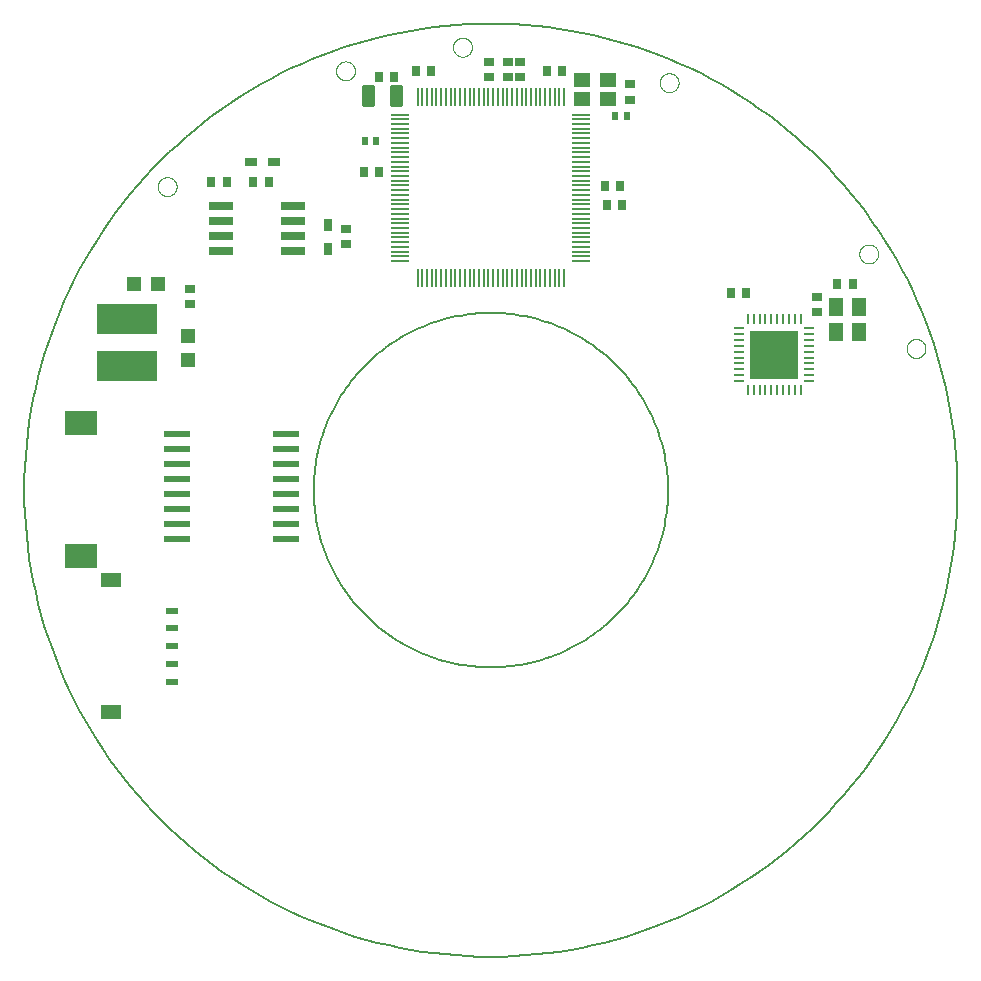
<source format=gbp>
G75*
%MOIN*%
%OFA0B0*%
%FSLAX25Y25*%
%IPPOS*%
%LPD*%
%AMOC8*
5,1,8,0,0,1.08239X$1,22.5*
%
%ADD10C,0.00600*%
%ADD11C,0.00000*%
%ADD12R,0.05118X0.05906*%
%ADD13R,0.03543X0.02756*%
%ADD14R,0.02756X0.03543*%
%ADD15R,0.03937X0.03150*%
%ADD16R,0.03150X0.03937*%
%ADD17R,0.04724X0.05118*%
%ADD18R,0.05118X0.04724*%
%ADD19R,0.00965X0.06299*%
%ADD20R,0.06299X0.00965*%
%ADD21R,0.08000X0.02600*%
%ADD22R,0.08661X0.02362*%
%ADD23R,0.20000X0.10000*%
%ADD24R,0.02362X0.02756*%
%ADD25R,0.05512X0.04724*%
%ADD26R,0.03346X0.01102*%
%ADD27R,0.01102X0.03346*%
%ADD28R,0.16339X0.16339*%
%ADD29C,0.01299*%
%ADD30R,0.11024X0.08268*%
%ADD31R,0.03937X0.02362*%
%ADD32R,0.07087X0.04921*%
D10*
X0154843Y0163111D02*
X0154861Y0164560D01*
X0154914Y0166009D01*
X0155003Y0167455D01*
X0155127Y0168899D01*
X0155287Y0170340D01*
X0155482Y0171776D01*
X0155712Y0173207D01*
X0155978Y0174632D01*
X0156278Y0176050D01*
X0156613Y0177460D01*
X0156982Y0178862D01*
X0157386Y0180254D01*
X0157824Y0181635D01*
X0158295Y0183006D01*
X0158800Y0184365D01*
X0159338Y0185710D01*
X0159909Y0187043D01*
X0160513Y0188360D01*
X0161149Y0189663D01*
X0161816Y0190949D01*
X0162515Y0192219D01*
X0163245Y0193471D01*
X0164005Y0194705D01*
X0164796Y0195920D01*
X0165616Y0197115D01*
X0166465Y0198290D01*
X0167342Y0199444D01*
X0168248Y0200575D01*
X0169181Y0201684D01*
X0170141Y0202770D01*
X0171128Y0203832D01*
X0172140Y0204869D01*
X0173177Y0205881D01*
X0174239Y0206868D01*
X0175325Y0207828D01*
X0176434Y0208761D01*
X0177565Y0209667D01*
X0178719Y0210544D01*
X0179894Y0211393D01*
X0181089Y0212213D01*
X0182304Y0213004D01*
X0183538Y0213764D01*
X0184790Y0214494D01*
X0186060Y0215193D01*
X0187346Y0215860D01*
X0188649Y0216496D01*
X0189966Y0217100D01*
X0191299Y0217671D01*
X0192644Y0218209D01*
X0194003Y0218714D01*
X0195374Y0219185D01*
X0196755Y0219623D01*
X0198147Y0220027D01*
X0199549Y0220396D01*
X0200959Y0220731D01*
X0202377Y0221031D01*
X0203802Y0221297D01*
X0205233Y0221527D01*
X0206669Y0221722D01*
X0208110Y0221882D01*
X0209554Y0222006D01*
X0211000Y0222095D01*
X0212449Y0222148D01*
X0213898Y0222166D01*
X0215347Y0222148D01*
X0216796Y0222095D01*
X0218242Y0222006D01*
X0219686Y0221882D01*
X0221127Y0221722D01*
X0222563Y0221527D01*
X0223994Y0221297D01*
X0225419Y0221031D01*
X0226837Y0220731D01*
X0228247Y0220396D01*
X0229649Y0220027D01*
X0231041Y0219623D01*
X0232422Y0219185D01*
X0233793Y0218714D01*
X0235152Y0218209D01*
X0236497Y0217671D01*
X0237830Y0217100D01*
X0239147Y0216496D01*
X0240450Y0215860D01*
X0241736Y0215193D01*
X0243006Y0214494D01*
X0244258Y0213764D01*
X0245492Y0213004D01*
X0246707Y0212213D01*
X0247902Y0211393D01*
X0249077Y0210544D01*
X0250231Y0209667D01*
X0251362Y0208761D01*
X0252471Y0207828D01*
X0253557Y0206868D01*
X0254619Y0205881D01*
X0255656Y0204869D01*
X0256668Y0203832D01*
X0257655Y0202770D01*
X0258615Y0201684D01*
X0259548Y0200575D01*
X0260454Y0199444D01*
X0261331Y0198290D01*
X0262180Y0197115D01*
X0263000Y0195920D01*
X0263791Y0194705D01*
X0264551Y0193471D01*
X0265281Y0192219D01*
X0265980Y0190949D01*
X0266647Y0189663D01*
X0267283Y0188360D01*
X0267887Y0187043D01*
X0268458Y0185710D01*
X0268996Y0184365D01*
X0269501Y0183006D01*
X0269972Y0181635D01*
X0270410Y0180254D01*
X0270814Y0178862D01*
X0271183Y0177460D01*
X0271518Y0176050D01*
X0271818Y0174632D01*
X0272084Y0173207D01*
X0272314Y0171776D01*
X0272509Y0170340D01*
X0272669Y0168899D01*
X0272793Y0167455D01*
X0272882Y0166009D01*
X0272935Y0164560D01*
X0272953Y0163111D01*
X0272935Y0161662D01*
X0272882Y0160213D01*
X0272793Y0158767D01*
X0272669Y0157323D01*
X0272509Y0155882D01*
X0272314Y0154446D01*
X0272084Y0153015D01*
X0271818Y0151590D01*
X0271518Y0150172D01*
X0271183Y0148762D01*
X0270814Y0147360D01*
X0270410Y0145968D01*
X0269972Y0144587D01*
X0269501Y0143216D01*
X0268996Y0141857D01*
X0268458Y0140512D01*
X0267887Y0139179D01*
X0267283Y0137862D01*
X0266647Y0136559D01*
X0265980Y0135273D01*
X0265281Y0134003D01*
X0264551Y0132751D01*
X0263791Y0131517D01*
X0263000Y0130302D01*
X0262180Y0129107D01*
X0261331Y0127932D01*
X0260454Y0126778D01*
X0259548Y0125647D01*
X0258615Y0124538D01*
X0257655Y0123452D01*
X0256668Y0122390D01*
X0255656Y0121353D01*
X0254619Y0120341D01*
X0253557Y0119354D01*
X0252471Y0118394D01*
X0251362Y0117461D01*
X0250231Y0116555D01*
X0249077Y0115678D01*
X0247902Y0114829D01*
X0246707Y0114009D01*
X0245492Y0113218D01*
X0244258Y0112458D01*
X0243006Y0111728D01*
X0241736Y0111029D01*
X0240450Y0110362D01*
X0239147Y0109726D01*
X0237830Y0109122D01*
X0236497Y0108551D01*
X0235152Y0108013D01*
X0233793Y0107508D01*
X0232422Y0107037D01*
X0231041Y0106599D01*
X0229649Y0106195D01*
X0228247Y0105826D01*
X0226837Y0105491D01*
X0225419Y0105191D01*
X0223994Y0104925D01*
X0222563Y0104695D01*
X0221127Y0104500D01*
X0219686Y0104340D01*
X0218242Y0104216D01*
X0216796Y0104127D01*
X0215347Y0104074D01*
X0213898Y0104056D01*
X0212449Y0104074D01*
X0211000Y0104127D01*
X0209554Y0104216D01*
X0208110Y0104340D01*
X0206669Y0104500D01*
X0205233Y0104695D01*
X0203802Y0104925D01*
X0202377Y0105191D01*
X0200959Y0105491D01*
X0199549Y0105826D01*
X0198147Y0106195D01*
X0196755Y0106599D01*
X0195374Y0107037D01*
X0194003Y0107508D01*
X0192644Y0108013D01*
X0191299Y0108551D01*
X0189966Y0109122D01*
X0188649Y0109726D01*
X0187346Y0110362D01*
X0186060Y0111029D01*
X0184790Y0111728D01*
X0183538Y0112458D01*
X0182304Y0113218D01*
X0181089Y0114009D01*
X0179894Y0114829D01*
X0178719Y0115678D01*
X0177565Y0116555D01*
X0176434Y0117461D01*
X0175325Y0118394D01*
X0174239Y0119354D01*
X0173177Y0120341D01*
X0172140Y0121353D01*
X0171128Y0122390D01*
X0170141Y0123452D01*
X0169181Y0124538D01*
X0168248Y0125647D01*
X0167342Y0126778D01*
X0166465Y0127932D01*
X0165616Y0129107D01*
X0164796Y0130302D01*
X0164005Y0131517D01*
X0163245Y0132751D01*
X0162515Y0134003D01*
X0161816Y0135273D01*
X0161149Y0136559D01*
X0160513Y0137862D01*
X0159909Y0139179D01*
X0159338Y0140512D01*
X0158800Y0141857D01*
X0158295Y0143216D01*
X0157824Y0144587D01*
X0157386Y0145968D01*
X0156982Y0147360D01*
X0156613Y0148762D01*
X0156278Y0150172D01*
X0155978Y0151590D01*
X0155712Y0153015D01*
X0155482Y0154446D01*
X0155287Y0155882D01*
X0155127Y0157323D01*
X0155003Y0158767D01*
X0154914Y0160213D01*
X0154861Y0161662D01*
X0154843Y0163111D01*
X0058386Y0163111D02*
X0058433Y0166927D01*
X0058573Y0170742D01*
X0058807Y0174551D01*
X0059135Y0178354D01*
X0059556Y0182147D01*
X0060069Y0185929D01*
X0060676Y0189698D01*
X0061374Y0193450D01*
X0062165Y0197184D01*
X0063046Y0200897D01*
X0064019Y0204588D01*
X0065082Y0208254D01*
X0066235Y0211892D01*
X0067477Y0215501D01*
X0068806Y0219079D01*
X0070224Y0222623D01*
X0071727Y0226131D01*
X0073317Y0229601D01*
X0074991Y0233031D01*
X0076749Y0236419D01*
X0078589Y0239763D01*
X0080511Y0243060D01*
X0082513Y0246310D01*
X0084594Y0249509D01*
X0086754Y0252656D01*
X0088990Y0255749D01*
X0091301Y0258787D01*
X0093686Y0261767D01*
X0096143Y0264687D01*
X0098671Y0267546D01*
X0101269Y0270343D01*
X0103934Y0273075D01*
X0106666Y0275740D01*
X0109463Y0278338D01*
X0112322Y0280866D01*
X0115242Y0283323D01*
X0118222Y0285708D01*
X0121260Y0288019D01*
X0124353Y0290255D01*
X0127500Y0292415D01*
X0130699Y0294496D01*
X0133949Y0296498D01*
X0137246Y0298420D01*
X0140590Y0300260D01*
X0143978Y0302018D01*
X0147408Y0303692D01*
X0150878Y0305282D01*
X0154386Y0306785D01*
X0157930Y0308203D01*
X0161508Y0309532D01*
X0165117Y0310774D01*
X0168755Y0311927D01*
X0172421Y0312990D01*
X0176112Y0313963D01*
X0179825Y0314844D01*
X0183559Y0315635D01*
X0187311Y0316333D01*
X0191080Y0316940D01*
X0194862Y0317453D01*
X0198655Y0317874D01*
X0202458Y0318202D01*
X0206267Y0318436D01*
X0210082Y0318576D01*
X0213898Y0318623D01*
X0217714Y0318576D01*
X0221529Y0318436D01*
X0225338Y0318202D01*
X0229141Y0317874D01*
X0232934Y0317453D01*
X0236716Y0316940D01*
X0240485Y0316333D01*
X0244237Y0315635D01*
X0247971Y0314844D01*
X0251684Y0313963D01*
X0255375Y0312990D01*
X0259041Y0311927D01*
X0262679Y0310774D01*
X0266288Y0309532D01*
X0269866Y0308203D01*
X0273410Y0306785D01*
X0276918Y0305282D01*
X0280388Y0303692D01*
X0283818Y0302018D01*
X0287206Y0300260D01*
X0290550Y0298420D01*
X0293847Y0296498D01*
X0297097Y0294496D01*
X0300296Y0292415D01*
X0303443Y0290255D01*
X0306536Y0288019D01*
X0309574Y0285708D01*
X0312554Y0283323D01*
X0315474Y0280866D01*
X0318333Y0278338D01*
X0321130Y0275740D01*
X0323862Y0273075D01*
X0326527Y0270343D01*
X0329125Y0267546D01*
X0331653Y0264687D01*
X0334110Y0261767D01*
X0336495Y0258787D01*
X0338806Y0255749D01*
X0341042Y0252656D01*
X0343202Y0249509D01*
X0345283Y0246310D01*
X0347285Y0243060D01*
X0349207Y0239763D01*
X0351047Y0236419D01*
X0352805Y0233031D01*
X0354479Y0229601D01*
X0356069Y0226131D01*
X0357572Y0222623D01*
X0358990Y0219079D01*
X0360319Y0215501D01*
X0361561Y0211892D01*
X0362714Y0208254D01*
X0363777Y0204588D01*
X0364750Y0200897D01*
X0365631Y0197184D01*
X0366422Y0193450D01*
X0367120Y0189698D01*
X0367727Y0185929D01*
X0368240Y0182147D01*
X0368661Y0178354D01*
X0368989Y0174551D01*
X0369223Y0170742D01*
X0369363Y0166927D01*
X0369410Y0163111D01*
X0369363Y0159295D01*
X0369223Y0155480D01*
X0368989Y0151671D01*
X0368661Y0147868D01*
X0368240Y0144075D01*
X0367727Y0140293D01*
X0367120Y0136524D01*
X0366422Y0132772D01*
X0365631Y0129038D01*
X0364750Y0125325D01*
X0363777Y0121634D01*
X0362714Y0117968D01*
X0361561Y0114330D01*
X0360319Y0110721D01*
X0358990Y0107143D01*
X0357572Y0103599D01*
X0356069Y0100091D01*
X0354479Y0096621D01*
X0352805Y0093191D01*
X0351047Y0089803D01*
X0349207Y0086459D01*
X0347285Y0083162D01*
X0345283Y0079912D01*
X0343202Y0076713D01*
X0341042Y0073566D01*
X0338806Y0070473D01*
X0336495Y0067435D01*
X0334110Y0064455D01*
X0331653Y0061535D01*
X0329125Y0058676D01*
X0326527Y0055879D01*
X0323862Y0053147D01*
X0321130Y0050482D01*
X0318333Y0047884D01*
X0315474Y0045356D01*
X0312554Y0042899D01*
X0309574Y0040514D01*
X0306536Y0038203D01*
X0303443Y0035967D01*
X0300296Y0033807D01*
X0297097Y0031726D01*
X0293847Y0029724D01*
X0290550Y0027802D01*
X0287206Y0025962D01*
X0283818Y0024204D01*
X0280388Y0022530D01*
X0276918Y0020940D01*
X0273410Y0019437D01*
X0269866Y0018019D01*
X0266288Y0016690D01*
X0262679Y0015448D01*
X0259041Y0014295D01*
X0255375Y0013232D01*
X0251684Y0012259D01*
X0247971Y0011378D01*
X0244237Y0010587D01*
X0240485Y0009889D01*
X0236716Y0009282D01*
X0232934Y0008769D01*
X0229141Y0008348D01*
X0225338Y0008020D01*
X0221529Y0007786D01*
X0217714Y0007646D01*
X0213898Y0007599D01*
X0210082Y0007646D01*
X0206267Y0007786D01*
X0202458Y0008020D01*
X0198655Y0008348D01*
X0194862Y0008769D01*
X0191080Y0009282D01*
X0187311Y0009889D01*
X0183559Y0010587D01*
X0179825Y0011378D01*
X0176112Y0012259D01*
X0172421Y0013232D01*
X0168755Y0014295D01*
X0165117Y0015448D01*
X0161508Y0016690D01*
X0157930Y0018019D01*
X0154386Y0019437D01*
X0150878Y0020940D01*
X0147408Y0022530D01*
X0143978Y0024204D01*
X0140590Y0025962D01*
X0137246Y0027802D01*
X0133949Y0029724D01*
X0130699Y0031726D01*
X0127500Y0033807D01*
X0124353Y0035967D01*
X0121260Y0038203D01*
X0118222Y0040514D01*
X0115242Y0042899D01*
X0112322Y0045356D01*
X0109463Y0047884D01*
X0106666Y0050482D01*
X0103934Y0053147D01*
X0101269Y0055879D01*
X0098671Y0058676D01*
X0096143Y0061535D01*
X0093686Y0064455D01*
X0091301Y0067435D01*
X0088990Y0070473D01*
X0086754Y0073566D01*
X0084594Y0076713D01*
X0082513Y0079912D01*
X0080511Y0083162D01*
X0078589Y0086459D01*
X0076749Y0089803D01*
X0074991Y0093191D01*
X0073317Y0096621D01*
X0071727Y0100091D01*
X0070224Y0103599D01*
X0068806Y0107143D01*
X0067477Y0110721D01*
X0066235Y0114330D01*
X0065082Y0117968D01*
X0064019Y0121634D01*
X0063046Y0125325D01*
X0062165Y0129038D01*
X0061374Y0132772D01*
X0060676Y0136524D01*
X0060069Y0140293D01*
X0059556Y0144075D01*
X0059135Y0147868D01*
X0058807Y0151671D01*
X0058573Y0155480D01*
X0058433Y0159295D01*
X0058386Y0163111D01*
D11*
X0102874Y0264292D02*
X0102876Y0264404D01*
X0102882Y0264515D01*
X0102892Y0264627D01*
X0102906Y0264738D01*
X0102923Y0264848D01*
X0102945Y0264958D01*
X0102971Y0265067D01*
X0103000Y0265175D01*
X0103033Y0265281D01*
X0103070Y0265387D01*
X0103111Y0265491D01*
X0103156Y0265594D01*
X0103204Y0265695D01*
X0103255Y0265794D01*
X0103310Y0265891D01*
X0103369Y0265986D01*
X0103430Y0266080D01*
X0103495Y0266171D01*
X0103564Y0266259D01*
X0103635Y0266345D01*
X0103709Y0266429D01*
X0103787Y0266509D01*
X0103867Y0266587D01*
X0103950Y0266663D01*
X0104035Y0266735D01*
X0104123Y0266804D01*
X0104213Y0266870D01*
X0104306Y0266932D01*
X0104401Y0266992D01*
X0104498Y0267048D01*
X0104596Y0267100D01*
X0104697Y0267149D01*
X0104799Y0267194D01*
X0104903Y0267236D01*
X0105008Y0267274D01*
X0105115Y0267308D01*
X0105222Y0267338D01*
X0105331Y0267365D01*
X0105440Y0267387D01*
X0105551Y0267406D01*
X0105661Y0267421D01*
X0105773Y0267432D01*
X0105884Y0267439D01*
X0105996Y0267442D01*
X0106108Y0267441D01*
X0106220Y0267436D01*
X0106331Y0267427D01*
X0106442Y0267414D01*
X0106553Y0267397D01*
X0106663Y0267377D01*
X0106772Y0267352D01*
X0106880Y0267324D01*
X0106987Y0267291D01*
X0107093Y0267255D01*
X0107197Y0267215D01*
X0107300Y0267172D01*
X0107402Y0267125D01*
X0107501Y0267074D01*
X0107599Y0267020D01*
X0107695Y0266962D01*
X0107789Y0266901D01*
X0107880Y0266837D01*
X0107969Y0266770D01*
X0108056Y0266699D01*
X0108140Y0266625D01*
X0108222Y0266549D01*
X0108300Y0266469D01*
X0108376Y0266387D01*
X0108449Y0266302D01*
X0108519Y0266215D01*
X0108585Y0266125D01*
X0108649Y0266033D01*
X0108709Y0265939D01*
X0108766Y0265843D01*
X0108819Y0265744D01*
X0108869Y0265644D01*
X0108915Y0265543D01*
X0108958Y0265439D01*
X0108997Y0265334D01*
X0109032Y0265228D01*
X0109063Y0265121D01*
X0109091Y0265012D01*
X0109114Y0264903D01*
X0109134Y0264793D01*
X0109150Y0264682D01*
X0109162Y0264571D01*
X0109170Y0264460D01*
X0109174Y0264348D01*
X0109174Y0264236D01*
X0109170Y0264124D01*
X0109162Y0264013D01*
X0109150Y0263902D01*
X0109134Y0263791D01*
X0109114Y0263681D01*
X0109091Y0263572D01*
X0109063Y0263463D01*
X0109032Y0263356D01*
X0108997Y0263250D01*
X0108958Y0263145D01*
X0108915Y0263041D01*
X0108869Y0262940D01*
X0108819Y0262840D01*
X0108766Y0262741D01*
X0108709Y0262645D01*
X0108649Y0262551D01*
X0108585Y0262459D01*
X0108519Y0262369D01*
X0108449Y0262282D01*
X0108376Y0262197D01*
X0108300Y0262115D01*
X0108222Y0262035D01*
X0108140Y0261959D01*
X0108056Y0261885D01*
X0107969Y0261814D01*
X0107880Y0261747D01*
X0107789Y0261683D01*
X0107695Y0261622D01*
X0107599Y0261564D01*
X0107501Y0261510D01*
X0107402Y0261459D01*
X0107300Y0261412D01*
X0107197Y0261369D01*
X0107093Y0261329D01*
X0106987Y0261293D01*
X0106880Y0261260D01*
X0106772Y0261232D01*
X0106663Y0261207D01*
X0106553Y0261187D01*
X0106442Y0261170D01*
X0106331Y0261157D01*
X0106220Y0261148D01*
X0106108Y0261143D01*
X0105996Y0261142D01*
X0105884Y0261145D01*
X0105773Y0261152D01*
X0105661Y0261163D01*
X0105551Y0261178D01*
X0105440Y0261197D01*
X0105331Y0261219D01*
X0105222Y0261246D01*
X0105115Y0261276D01*
X0105008Y0261310D01*
X0104903Y0261348D01*
X0104799Y0261390D01*
X0104697Y0261435D01*
X0104596Y0261484D01*
X0104498Y0261536D01*
X0104401Y0261592D01*
X0104306Y0261652D01*
X0104213Y0261714D01*
X0104123Y0261780D01*
X0104035Y0261849D01*
X0103950Y0261921D01*
X0103867Y0261997D01*
X0103787Y0262075D01*
X0103709Y0262155D01*
X0103635Y0262239D01*
X0103564Y0262325D01*
X0103495Y0262413D01*
X0103430Y0262504D01*
X0103369Y0262598D01*
X0103310Y0262693D01*
X0103255Y0262790D01*
X0103204Y0262889D01*
X0103156Y0262990D01*
X0103111Y0263093D01*
X0103070Y0263197D01*
X0103033Y0263303D01*
X0103000Y0263409D01*
X0102971Y0263517D01*
X0102945Y0263626D01*
X0102923Y0263736D01*
X0102906Y0263846D01*
X0102892Y0263957D01*
X0102882Y0264069D01*
X0102876Y0264180D01*
X0102874Y0264292D01*
X0162323Y0302875D02*
X0162325Y0302987D01*
X0162331Y0303098D01*
X0162341Y0303210D01*
X0162355Y0303321D01*
X0162372Y0303431D01*
X0162394Y0303541D01*
X0162420Y0303650D01*
X0162449Y0303758D01*
X0162482Y0303864D01*
X0162519Y0303970D01*
X0162560Y0304074D01*
X0162605Y0304177D01*
X0162653Y0304278D01*
X0162704Y0304377D01*
X0162759Y0304474D01*
X0162818Y0304569D01*
X0162879Y0304663D01*
X0162944Y0304754D01*
X0163013Y0304842D01*
X0163084Y0304928D01*
X0163158Y0305012D01*
X0163236Y0305092D01*
X0163316Y0305170D01*
X0163399Y0305246D01*
X0163484Y0305318D01*
X0163572Y0305387D01*
X0163662Y0305453D01*
X0163755Y0305515D01*
X0163850Y0305575D01*
X0163947Y0305631D01*
X0164045Y0305683D01*
X0164146Y0305732D01*
X0164248Y0305777D01*
X0164352Y0305819D01*
X0164457Y0305857D01*
X0164564Y0305891D01*
X0164671Y0305921D01*
X0164780Y0305948D01*
X0164889Y0305970D01*
X0165000Y0305989D01*
X0165110Y0306004D01*
X0165222Y0306015D01*
X0165333Y0306022D01*
X0165445Y0306025D01*
X0165557Y0306024D01*
X0165669Y0306019D01*
X0165780Y0306010D01*
X0165891Y0305997D01*
X0166002Y0305980D01*
X0166112Y0305960D01*
X0166221Y0305935D01*
X0166329Y0305907D01*
X0166436Y0305874D01*
X0166542Y0305838D01*
X0166646Y0305798D01*
X0166749Y0305755D01*
X0166851Y0305708D01*
X0166950Y0305657D01*
X0167048Y0305603D01*
X0167144Y0305545D01*
X0167238Y0305484D01*
X0167329Y0305420D01*
X0167418Y0305353D01*
X0167505Y0305282D01*
X0167589Y0305208D01*
X0167671Y0305132D01*
X0167749Y0305052D01*
X0167825Y0304970D01*
X0167898Y0304885D01*
X0167968Y0304798D01*
X0168034Y0304708D01*
X0168098Y0304616D01*
X0168158Y0304522D01*
X0168215Y0304426D01*
X0168268Y0304327D01*
X0168318Y0304227D01*
X0168364Y0304126D01*
X0168407Y0304022D01*
X0168446Y0303917D01*
X0168481Y0303811D01*
X0168512Y0303704D01*
X0168540Y0303595D01*
X0168563Y0303486D01*
X0168583Y0303376D01*
X0168599Y0303265D01*
X0168611Y0303154D01*
X0168619Y0303043D01*
X0168623Y0302931D01*
X0168623Y0302819D01*
X0168619Y0302707D01*
X0168611Y0302596D01*
X0168599Y0302485D01*
X0168583Y0302374D01*
X0168563Y0302264D01*
X0168540Y0302155D01*
X0168512Y0302046D01*
X0168481Y0301939D01*
X0168446Y0301833D01*
X0168407Y0301728D01*
X0168364Y0301624D01*
X0168318Y0301523D01*
X0168268Y0301423D01*
X0168215Y0301324D01*
X0168158Y0301228D01*
X0168098Y0301134D01*
X0168034Y0301042D01*
X0167968Y0300952D01*
X0167898Y0300865D01*
X0167825Y0300780D01*
X0167749Y0300698D01*
X0167671Y0300618D01*
X0167589Y0300542D01*
X0167505Y0300468D01*
X0167418Y0300397D01*
X0167329Y0300330D01*
X0167238Y0300266D01*
X0167144Y0300205D01*
X0167048Y0300147D01*
X0166950Y0300093D01*
X0166851Y0300042D01*
X0166749Y0299995D01*
X0166646Y0299952D01*
X0166542Y0299912D01*
X0166436Y0299876D01*
X0166329Y0299843D01*
X0166221Y0299815D01*
X0166112Y0299790D01*
X0166002Y0299770D01*
X0165891Y0299753D01*
X0165780Y0299740D01*
X0165669Y0299731D01*
X0165557Y0299726D01*
X0165445Y0299725D01*
X0165333Y0299728D01*
X0165222Y0299735D01*
X0165110Y0299746D01*
X0165000Y0299761D01*
X0164889Y0299780D01*
X0164780Y0299802D01*
X0164671Y0299829D01*
X0164564Y0299859D01*
X0164457Y0299893D01*
X0164352Y0299931D01*
X0164248Y0299973D01*
X0164146Y0300018D01*
X0164045Y0300067D01*
X0163947Y0300119D01*
X0163850Y0300175D01*
X0163755Y0300235D01*
X0163662Y0300297D01*
X0163572Y0300363D01*
X0163484Y0300432D01*
X0163399Y0300504D01*
X0163316Y0300580D01*
X0163236Y0300658D01*
X0163158Y0300738D01*
X0163084Y0300822D01*
X0163013Y0300908D01*
X0162944Y0300996D01*
X0162879Y0301087D01*
X0162818Y0301181D01*
X0162759Y0301276D01*
X0162704Y0301373D01*
X0162653Y0301472D01*
X0162605Y0301573D01*
X0162560Y0301676D01*
X0162519Y0301780D01*
X0162482Y0301886D01*
X0162449Y0301992D01*
X0162420Y0302100D01*
X0162394Y0302209D01*
X0162372Y0302319D01*
X0162355Y0302429D01*
X0162341Y0302540D01*
X0162331Y0302652D01*
X0162325Y0302763D01*
X0162323Y0302875D01*
X0201300Y0310749D02*
X0201302Y0310861D01*
X0201308Y0310972D01*
X0201318Y0311084D01*
X0201332Y0311195D01*
X0201349Y0311305D01*
X0201371Y0311415D01*
X0201397Y0311524D01*
X0201426Y0311632D01*
X0201459Y0311738D01*
X0201496Y0311844D01*
X0201537Y0311948D01*
X0201582Y0312051D01*
X0201630Y0312152D01*
X0201681Y0312251D01*
X0201736Y0312348D01*
X0201795Y0312443D01*
X0201856Y0312537D01*
X0201921Y0312628D01*
X0201990Y0312716D01*
X0202061Y0312802D01*
X0202135Y0312886D01*
X0202213Y0312966D01*
X0202293Y0313044D01*
X0202376Y0313120D01*
X0202461Y0313192D01*
X0202549Y0313261D01*
X0202639Y0313327D01*
X0202732Y0313389D01*
X0202827Y0313449D01*
X0202924Y0313505D01*
X0203022Y0313557D01*
X0203123Y0313606D01*
X0203225Y0313651D01*
X0203329Y0313693D01*
X0203434Y0313731D01*
X0203541Y0313765D01*
X0203648Y0313795D01*
X0203757Y0313822D01*
X0203866Y0313844D01*
X0203977Y0313863D01*
X0204087Y0313878D01*
X0204199Y0313889D01*
X0204310Y0313896D01*
X0204422Y0313899D01*
X0204534Y0313898D01*
X0204646Y0313893D01*
X0204757Y0313884D01*
X0204868Y0313871D01*
X0204979Y0313854D01*
X0205089Y0313834D01*
X0205198Y0313809D01*
X0205306Y0313781D01*
X0205413Y0313748D01*
X0205519Y0313712D01*
X0205623Y0313672D01*
X0205726Y0313629D01*
X0205828Y0313582D01*
X0205927Y0313531D01*
X0206025Y0313477D01*
X0206121Y0313419D01*
X0206215Y0313358D01*
X0206306Y0313294D01*
X0206395Y0313227D01*
X0206482Y0313156D01*
X0206566Y0313082D01*
X0206648Y0313006D01*
X0206726Y0312926D01*
X0206802Y0312844D01*
X0206875Y0312759D01*
X0206945Y0312672D01*
X0207011Y0312582D01*
X0207075Y0312490D01*
X0207135Y0312396D01*
X0207192Y0312300D01*
X0207245Y0312201D01*
X0207295Y0312101D01*
X0207341Y0312000D01*
X0207384Y0311896D01*
X0207423Y0311791D01*
X0207458Y0311685D01*
X0207489Y0311578D01*
X0207517Y0311469D01*
X0207540Y0311360D01*
X0207560Y0311250D01*
X0207576Y0311139D01*
X0207588Y0311028D01*
X0207596Y0310917D01*
X0207600Y0310805D01*
X0207600Y0310693D01*
X0207596Y0310581D01*
X0207588Y0310470D01*
X0207576Y0310359D01*
X0207560Y0310248D01*
X0207540Y0310138D01*
X0207517Y0310029D01*
X0207489Y0309920D01*
X0207458Y0309813D01*
X0207423Y0309707D01*
X0207384Y0309602D01*
X0207341Y0309498D01*
X0207295Y0309397D01*
X0207245Y0309297D01*
X0207192Y0309198D01*
X0207135Y0309102D01*
X0207075Y0309008D01*
X0207011Y0308916D01*
X0206945Y0308826D01*
X0206875Y0308739D01*
X0206802Y0308654D01*
X0206726Y0308572D01*
X0206648Y0308492D01*
X0206566Y0308416D01*
X0206482Y0308342D01*
X0206395Y0308271D01*
X0206306Y0308204D01*
X0206215Y0308140D01*
X0206121Y0308079D01*
X0206025Y0308021D01*
X0205927Y0307967D01*
X0205828Y0307916D01*
X0205726Y0307869D01*
X0205623Y0307826D01*
X0205519Y0307786D01*
X0205413Y0307750D01*
X0205306Y0307717D01*
X0205198Y0307689D01*
X0205089Y0307664D01*
X0204979Y0307644D01*
X0204868Y0307627D01*
X0204757Y0307614D01*
X0204646Y0307605D01*
X0204534Y0307600D01*
X0204422Y0307599D01*
X0204310Y0307602D01*
X0204199Y0307609D01*
X0204087Y0307620D01*
X0203977Y0307635D01*
X0203866Y0307654D01*
X0203757Y0307676D01*
X0203648Y0307703D01*
X0203541Y0307733D01*
X0203434Y0307767D01*
X0203329Y0307805D01*
X0203225Y0307847D01*
X0203123Y0307892D01*
X0203022Y0307941D01*
X0202924Y0307993D01*
X0202827Y0308049D01*
X0202732Y0308109D01*
X0202639Y0308171D01*
X0202549Y0308237D01*
X0202461Y0308306D01*
X0202376Y0308378D01*
X0202293Y0308454D01*
X0202213Y0308532D01*
X0202135Y0308612D01*
X0202061Y0308696D01*
X0201990Y0308782D01*
X0201921Y0308870D01*
X0201856Y0308961D01*
X0201795Y0309055D01*
X0201736Y0309150D01*
X0201681Y0309247D01*
X0201630Y0309346D01*
X0201582Y0309447D01*
X0201537Y0309550D01*
X0201496Y0309654D01*
X0201459Y0309760D01*
X0201426Y0309866D01*
X0201397Y0309974D01*
X0201371Y0310083D01*
X0201349Y0310193D01*
X0201332Y0310303D01*
X0201318Y0310414D01*
X0201308Y0310526D01*
X0201302Y0310637D01*
X0201300Y0310749D01*
X0270197Y0298938D02*
X0270199Y0299050D01*
X0270205Y0299161D01*
X0270215Y0299273D01*
X0270229Y0299384D01*
X0270246Y0299494D01*
X0270268Y0299604D01*
X0270294Y0299713D01*
X0270323Y0299821D01*
X0270356Y0299927D01*
X0270393Y0300033D01*
X0270434Y0300137D01*
X0270479Y0300240D01*
X0270527Y0300341D01*
X0270578Y0300440D01*
X0270633Y0300537D01*
X0270692Y0300632D01*
X0270753Y0300726D01*
X0270818Y0300817D01*
X0270887Y0300905D01*
X0270958Y0300991D01*
X0271032Y0301075D01*
X0271110Y0301155D01*
X0271190Y0301233D01*
X0271273Y0301309D01*
X0271358Y0301381D01*
X0271446Y0301450D01*
X0271536Y0301516D01*
X0271629Y0301578D01*
X0271724Y0301638D01*
X0271821Y0301694D01*
X0271919Y0301746D01*
X0272020Y0301795D01*
X0272122Y0301840D01*
X0272226Y0301882D01*
X0272331Y0301920D01*
X0272438Y0301954D01*
X0272545Y0301984D01*
X0272654Y0302011D01*
X0272763Y0302033D01*
X0272874Y0302052D01*
X0272984Y0302067D01*
X0273096Y0302078D01*
X0273207Y0302085D01*
X0273319Y0302088D01*
X0273431Y0302087D01*
X0273543Y0302082D01*
X0273654Y0302073D01*
X0273765Y0302060D01*
X0273876Y0302043D01*
X0273986Y0302023D01*
X0274095Y0301998D01*
X0274203Y0301970D01*
X0274310Y0301937D01*
X0274416Y0301901D01*
X0274520Y0301861D01*
X0274623Y0301818D01*
X0274725Y0301771D01*
X0274824Y0301720D01*
X0274922Y0301666D01*
X0275018Y0301608D01*
X0275112Y0301547D01*
X0275203Y0301483D01*
X0275292Y0301416D01*
X0275379Y0301345D01*
X0275463Y0301271D01*
X0275545Y0301195D01*
X0275623Y0301115D01*
X0275699Y0301033D01*
X0275772Y0300948D01*
X0275842Y0300861D01*
X0275908Y0300771D01*
X0275972Y0300679D01*
X0276032Y0300585D01*
X0276089Y0300489D01*
X0276142Y0300390D01*
X0276192Y0300290D01*
X0276238Y0300189D01*
X0276281Y0300085D01*
X0276320Y0299980D01*
X0276355Y0299874D01*
X0276386Y0299767D01*
X0276414Y0299658D01*
X0276437Y0299549D01*
X0276457Y0299439D01*
X0276473Y0299328D01*
X0276485Y0299217D01*
X0276493Y0299106D01*
X0276497Y0298994D01*
X0276497Y0298882D01*
X0276493Y0298770D01*
X0276485Y0298659D01*
X0276473Y0298548D01*
X0276457Y0298437D01*
X0276437Y0298327D01*
X0276414Y0298218D01*
X0276386Y0298109D01*
X0276355Y0298002D01*
X0276320Y0297896D01*
X0276281Y0297791D01*
X0276238Y0297687D01*
X0276192Y0297586D01*
X0276142Y0297486D01*
X0276089Y0297387D01*
X0276032Y0297291D01*
X0275972Y0297197D01*
X0275908Y0297105D01*
X0275842Y0297015D01*
X0275772Y0296928D01*
X0275699Y0296843D01*
X0275623Y0296761D01*
X0275545Y0296681D01*
X0275463Y0296605D01*
X0275379Y0296531D01*
X0275292Y0296460D01*
X0275203Y0296393D01*
X0275112Y0296329D01*
X0275018Y0296268D01*
X0274922Y0296210D01*
X0274824Y0296156D01*
X0274725Y0296105D01*
X0274623Y0296058D01*
X0274520Y0296015D01*
X0274416Y0295975D01*
X0274310Y0295939D01*
X0274203Y0295906D01*
X0274095Y0295878D01*
X0273986Y0295853D01*
X0273876Y0295833D01*
X0273765Y0295816D01*
X0273654Y0295803D01*
X0273543Y0295794D01*
X0273431Y0295789D01*
X0273319Y0295788D01*
X0273207Y0295791D01*
X0273096Y0295798D01*
X0272984Y0295809D01*
X0272874Y0295824D01*
X0272763Y0295843D01*
X0272654Y0295865D01*
X0272545Y0295892D01*
X0272438Y0295922D01*
X0272331Y0295956D01*
X0272226Y0295994D01*
X0272122Y0296036D01*
X0272020Y0296081D01*
X0271919Y0296130D01*
X0271821Y0296182D01*
X0271724Y0296238D01*
X0271629Y0296298D01*
X0271536Y0296360D01*
X0271446Y0296426D01*
X0271358Y0296495D01*
X0271273Y0296567D01*
X0271190Y0296643D01*
X0271110Y0296721D01*
X0271032Y0296801D01*
X0270958Y0296885D01*
X0270887Y0296971D01*
X0270818Y0297059D01*
X0270753Y0297150D01*
X0270692Y0297244D01*
X0270633Y0297339D01*
X0270578Y0297436D01*
X0270527Y0297535D01*
X0270479Y0297636D01*
X0270434Y0297739D01*
X0270393Y0297843D01*
X0270356Y0297949D01*
X0270323Y0298055D01*
X0270294Y0298163D01*
X0270268Y0298272D01*
X0270246Y0298382D01*
X0270229Y0298492D01*
X0270215Y0298603D01*
X0270205Y0298715D01*
X0270199Y0298826D01*
X0270197Y0298938D01*
X0336733Y0241851D02*
X0336735Y0241963D01*
X0336741Y0242074D01*
X0336751Y0242186D01*
X0336765Y0242297D01*
X0336782Y0242407D01*
X0336804Y0242517D01*
X0336830Y0242626D01*
X0336859Y0242734D01*
X0336892Y0242840D01*
X0336929Y0242946D01*
X0336970Y0243050D01*
X0337015Y0243153D01*
X0337063Y0243254D01*
X0337114Y0243353D01*
X0337169Y0243450D01*
X0337228Y0243545D01*
X0337289Y0243639D01*
X0337354Y0243730D01*
X0337423Y0243818D01*
X0337494Y0243904D01*
X0337568Y0243988D01*
X0337646Y0244068D01*
X0337726Y0244146D01*
X0337809Y0244222D01*
X0337894Y0244294D01*
X0337982Y0244363D01*
X0338072Y0244429D01*
X0338165Y0244491D01*
X0338260Y0244551D01*
X0338357Y0244607D01*
X0338455Y0244659D01*
X0338556Y0244708D01*
X0338658Y0244753D01*
X0338762Y0244795D01*
X0338867Y0244833D01*
X0338974Y0244867D01*
X0339081Y0244897D01*
X0339190Y0244924D01*
X0339299Y0244946D01*
X0339410Y0244965D01*
X0339520Y0244980D01*
X0339632Y0244991D01*
X0339743Y0244998D01*
X0339855Y0245001D01*
X0339967Y0245000D01*
X0340079Y0244995D01*
X0340190Y0244986D01*
X0340301Y0244973D01*
X0340412Y0244956D01*
X0340522Y0244936D01*
X0340631Y0244911D01*
X0340739Y0244883D01*
X0340846Y0244850D01*
X0340952Y0244814D01*
X0341056Y0244774D01*
X0341159Y0244731D01*
X0341261Y0244684D01*
X0341360Y0244633D01*
X0341458Y0244579D01*
X0341554Y0244521D01*
X0341648Y0244460D01*
X0341739Y0244396D01*
X0341828Y0244329D01*
X0341915Y0244258D01*
X0341999Y0244184D01*
X0342081Y0244108D01*
X0342159Y0244028D01*
X0342235Y0243946D01*
X0342308Y0243861D01*
X0342378Y0243774D01*
X0342444Y0243684D01*
X0342508Y0243592D01*
X0342568Y0243498D01*
X0342625Y0243402D01*
X0342678Y0243303D01*
X0342728Y0243203D01*
X0342774Y0243102D01*
X0342817Y0242998D01*
X0342856Y0242893D01*
X0342891Y0242787D01*
X0342922Y0242680D01*
X0342950Y0242571D01*
X0342973Y0242462D01*
X0342993Y0242352D01*
X0343009Y0242241D01*
X0343021Y0242130D01*
X0343029Y0242019D01*
X0343033Y0241907D01*
X0343033Y0241795D01*
X0343029Y0241683D01*
X0343021Y0241572D01*
X0343009Y0241461D01*
X0342993Y0241350D01*
X0342973Y0241240D01*
X0342950Y0241131D01*
X0342922Y0241022D01*
X0342891Y0240915D01*
X0342856Y0240809D01*
X0342817Y0240704D01*
X0342774Y0240600D01*
X0342728Y0240499D01*
X0342678Y0240399D01*
X0342625Y0240300D01*
X0342568Y0240204D01*
X0342508Y0240110D01*
X0342444Y0240018D01*
X0342378Y0239928D01*
X0342308Y0239841D01*
X0342235Y0239756D01*
X0342159Y0239674D01*
X0342081Y0239594D01*
X0341999Y0239518D01*
X0341915Y0239444D01*
X0341828Y0239373D01*
X0341739Y0239306D01*
X0341648Y0239242D01*
X0341554Y0239181D01*
X0341458Y0239123D01*
X0341360Y0239069D01*
X0341261Y0239018D01*
X0341159Y0238971D01*
X0341056Y0238928D01*
X0340952Y0238888D01*
X0340846Y0238852D01*
X0340739Y0238819D01*
X0340631Y0238791D01*
X0340522Y0238766D01*
X0340412Y0238746D01*
X0340301Y0238729D01*
X0340190Y0238716D01*
X0340079Y0238707D01*
X0339967Y0238702D01*
X0339855Y0238701D01*
X0339743Y0238704D01*
X0339632Y0238711D01*
X0339520Y0238722D01*
X0339410Y0238737D01*
X0339299Y0238756D01*
X0339190Y0238778D01*
X0339081Y0238805D01*
X0338974Y0238835D01*
X0338867Y0238869D01*
X0338762Y0238907D01*
X0338658Y0238949D01*
X0338556Y0238994D01*
X0338455Y0239043D01*
X0338357Y0239095D01*
X0338260Y0239151D01*
X0338165Y0239211D01*
X0338072Y0239273D01*
X0337982Y0239339D01*
X0337894Y0239408D01*
X0337809Y0239480D01*
X0337726Y0239556D01*
X0337646Y0239634D01*
X0337568Y0239714D01*
X0337494Y0239798D01*
X0337423Y0239884D01*
X0337354Y0239972D01*
X0337289Y0240063D01*
X0337228Y0240157D01*
X0337169Y0240252D01*
X0337114Y0240349D01*
X0337063Y0240448D01*
X0337015Y0240549D01*
X0336970Y0240652D01*
X0336929Y0240756D01*
X0336892Y0240862D01*
X0336859Y0240968D01*
X0336830Y0241076D01*
X0336804Y0241185D01*
X0336782Y0241295D01*
X0336765Y0241405D01*
X0336751Y0241516D01*
X0336741Y0241628D01*
X0336735Y0241739D01*
X0336733Y0241851D01*
X0352481Y0210355D02*
X0352483Y0210467D01*
X0352489Y0210578D01*
X0352499Y0210690D01*
X0352513Y0210801D01*
X0352530Y0210911D01*
X0352552Y0211021D01*
X0352578Y0211130D01*
X0352607Y0211238D01*
X0352640Y0211344D01*
X0352677Y0211450D01*
X0352718Y0211554D01*
X0352763Y0211657D01*
X0352811Y0211758D01*
X0352862Y0211857D01*
X0352917Y0211954D01*
X0352976Y0212049D01*
X0353037Y0212143D01*
X0353102Y0212234D01*
X0353171Y0212322D01*
X0353242Y0212408D01*
X0353316Y0212492D01*
X0353394Y0212572D01*
X0353474Y0212650D01*
X0353557Y0212726D01*
X0353642Y0212798D01*
X0353730Y0212867D01*
X0353820Y0212933D01*
X0353913Y0212995D01*
X0354008Y0213055D01*
X0354105Y0213111D01*
X0354203Y0213163D01*
X0354304Y0213212D01*
X0354406Y0213257D01*
X0354510Y0213299D01*
X0354615Y0213337D01*
X0354722Y0213371D01*
X0354829Y0213401D01*
X0354938Y0213428D01*
X0355047Y0213450D01*
X0355158Y0213469D01*
X0355268Y0213484D01*
X0355380Y0213495D01*
X0355491Y0213502D01*
X0355603Y0213505D01*
X0355715Y0213504D01*
X0355827Y0213499D01*
X0355938Y0213490D01*
X0356049Y0213477D01*
X0356160Y0213460D01*
X0356270Y0213440D01*
X0356379Y0213415D01*
X0356487Y0213387D01*
X0356594Y0213354D01*
X0356700Y0213318D01*
X0356804Y0213278D01*
X0356907Y0213235D01*
X0357009Y0213188D01*
X0357108Y0213137D01*
X0357206Y0213083D01*
X0357302Y0213025D01*
X0357396Y0212964D01*
X0357487Y0212900D01*
X0357576Y0212833D01*
X0357663Y0212762D01*
X0357747Y0212688D01*
X0357829Y0212612D01*
X0357907Y0212532D01*
X0357983Y0212450D01*
X0358056Y0212365D01*
X0358126Y0212278D01*
X0358192Y0212188D01*
X0358256Y0212096D01*
X0358316Y0212002D01*
X0358373Y0211906D01*
X0358426Y0211807D01*
X0358476Y0211707D01*
X0358522Y0211606D01*
X0358565Y0211502D01*
X0358604Y0211397D01*
X0358639Y0211291D01*
X0358670Y0211184D01*
X0358698Y0211075D01*
X0358721Y0210966D01*
X0358741Y0210856D01*
X0358757Y0210745D01*
X0358769Y0210634D01*
X0358777Y0210523D01*
X0358781Y0210411D01*
X0358781Y0210299D01*
X0358777Y0210187D01*
X0358769Y0210076D01*
X0358757Y0209965D01*
X0358741Y0209854D01*
X0358721Y0209744D01*
X0358698Y0209635D01*
X0358670Y0209526D01*
X0358639Y0209419D01*
X0358604Y0209313D01*
X0358565Y0209208D01*
X0358522Y0209104D01*
X0358476Y0209003D01*
X0358426Y0208903D01*
X0358373Y0208804D01*
X0358316Y0208708D01*
X0358256Y0208614D01*
X0358192Y0208522D01*
X0358126Y0208432D01*
X0358056Y0208345D01*
X0357983Y0208260D01*
X0357907Y0208178D01*
X0357829Y0208098D01*
X0357747Y0208022D01*
X0357663Y0207948D01*
X0357576Y0207877D01*
X0357487Y0207810D01*
X0357396Y0207746D01*
X0357302Y0207685D01*
X0357206Y0207627D01*
X0357108Y0207573D01*
X0357009Y0207522D01*
X0356907Y0207475D01*
X0356804Y0207432D01*
X0356700Y0207392D01*
X0356594Y0207356D01*
X0356487Y0207323D01*
X0356379Y0207295D01*
X0356270Y0207270D01*
X0356160Y0207250D01*
X0356049Y0207233D01*
X0355938Y0207220D01*
X0355827Y0207211D01*
X0355715Y0207206D01*
X0355603Y0207205D01*
X0355491Y0207208D01*
X0355380Y0207215D01*
X0355268Y0207226D01*
X0355158Y0207241D01*
X0355047Y0207260D01*
X0354938Y0207282D01*
X0354829Y0207309D01*
X0354722Y0207339D01*
X0354615Y0207373D01*
X0354510Y0207411D01*
X0354406Y0207453D01*
X0354304Y0207498D01*
X0354203Y0207547D01*
X0354105Y0207599D01*
X0354008Y0207655D01*
X0353913Y0207715D01*
X0353820Y0207777D01*
X0353730Y0207843D01*
X0353642Y0207912D01*
X0353557Y0207984D01*
X0353474Y0208060D01*
X0353394Y0208138D01*
X0353316Y0208218D01*
X0353242Y0208302D01*
X0353171Y0208388D01*
X0353102Y0208476D01*
X0353037Y0208567D01*
X0352976Y0208661D01*
X0352917Y0208756D01*
X0352862Y0208853D01*
X0352811Y0208952D01*
X0352763Y0209053D01*
X0352718Y0209156D01*
X0352677Y0209260D01*
X0352640Y0209366D01*
X0352607Y0209472D01*
X0352578Y0209580D01*
X0352552Y0209689D01*
X0352530Y0209799D01*
X0352513Y0209909D01*
X0352499Y0210020D01*
X0352489Y0210132D01*
X0352483Y0210243D01*
X0352481Y0210355D01*
D12*
X0336497Y0215749D03*
X0329017Y0215749D03*
X0329056Y0224056D03*
X0336536Y0224056D03*
D13*
X0322599Y0222481D03*
X0322599Y0227599D03*
X0260441Y0293261D03*
X0260441Y0298380D03*
X0223662Y0300788D03*
X0219502Y0300739D03*
X0219502Y0305857D03*
X0223662Y0305906D03*
X0213253Y0305917D03*
X0213253Y0300799D03*
X0165764Y0250124D03*
X0165764Y0245006D03*
X0113780Y0230198D03*
X0113780Y0225080D03*
D14*
X0120698Y0265784D03*
X0125816Y0265784D03*
X0134763Y0265996D03*
X0139881Y0265996D03*
X0171654Y0269135D03*
X0176772Y0269135D03*
X0176620Y0300736D03*
X0181739Y0300736D03*
X0188962Y0302764D03*
X0194080Y0302764D03*
X0232507Y0302730D03*
X0237625Y0302730D03*
X0251969Y0264371D03*
X0257087Y0264371D03*
X0257678Y0258072D03*
X0252560Y0258072D03*
X0293938Y0228780D03*
X0299056Y0228780D03*
X0329371Y0231891D03*
X0334489Y0231891D03*
D15*
X0141709Y0272439D03*
X0133835Y0272439D03*
D16*
X0159550Y0251355D03*
X0159550Y0243481D03*
D17*
X0102953Y0231860D03*
X0094953Y0231860D03*
D18*
X0113073Y0214543D03*
X0113073Y0206543D03*
D19*
X0189489Y0233780D03*
X0191064Y0233780D03*
X0192639Y0233780D03*
X0194213Y0233780D03*
X0195788Y0233780D03*
X0197363Y0233780D03*
X0198938Y0233780D03*
X0200513Y0233780D03*
X0202087Y0233780D03*
X0203662Y0233780D03*
X0205237Y0233780D03*
X0206812Y0233780D03*
X0208387Y0233780D03*
X0209961Y0233780D03*
X0211536Y0233780D03*
X0213111Y0233780D03*
X0214686Y0233780D03*
X0216261Y0233780D03*
X0217835Y0233780D03*
X0219410Y0233780D03*
X0220985Y0233780D03*
X0222560Y0233780D03*
X0224135Y0233780D03*
X0225709Y0233780D03*
X0227284Y0233780D03*
X0228859Y0233780D03*
X0230434Y0233780D03*
X0232009Y0233780D03*
X0233583Y0233780D03*
X0235158Y0233780D03*
X0236733Y0233780D03*
X0238308Y0233780D03*
X0238308Y0294017D03*
X0236733Y0294017D03*
X0235158Y0294017D03*
X0233583Y0294017D03*
X0232009Y0294017D03*
X0230434Y0294017D03*
X0228859Y0294017D03*
X0227284Y0294017D03*
X0225709Y0294017D03*
X0224135Y0294017D03*
X0222560Y0294017D03*
X0220985Y0294017D03*
X0219410Y0294017D03*
X0217835Y0294017D03*
X0216261Y0294017D03*
X0214686Y0294017D03*
X0213111Y0294017D03*
X0211536Y0294017D03*
X0209961Y0294017D03*
X0208387Y0294017D03*
X0206812Y0294017D03*
X0205237Y0294017D03*
X0203662Y0294017D03*
X0202087Y0294017D03*
X0200513Y0294017D03*
X0198938Y0294017D03*
X0197363Y0294017D03*
X0195788Y0294017D03*
X0194213Y0294017D03*
X0192639Y0294017D03*
X0191064Y0294017D03*
X0189489Y0294017D03*
D20*
X0183780Y0288308D03*
X0183780Y0286733D03*
X0183780Y0285158D03*
X0183780Y0283583D03*
X0183780Y0282009D03*
X0183780Y0280434D03*
X0183780Y0278859D03*
X0183780Y0277284D03*
X0183780Y0275709D03*
X0183780Y0274135D03*
X0183780Y0272560D03*
X0183780Y0270985D03*
X0183780Y0269410D03*
X0183780Y0267835D03*
X0183780Y0266261D03*
X0183780Y0264686D03*
X0183780Y0263111D03*
X0183780Y0261536D03*
X0183780Y0259961D03*
X0183780Y0258387D03*
X0183780Y0256812D03*
X0183780Y0255237D03*
X0183780Y0253662D03*
X0183780Y0252087D03*
X0183780Y0250513D03*
X0183780Y0248938D03*
X0183780Y0247363D03*
X0183780Y0245788D03*
X0183780Y0244213D03*
X0183780Y0242639D03*
X0183780Y0241064D03*
X0183780Y0239489D03*
X0244017Y0239489D03*
X0244017Y0241064D03*
X0244017Y0242639D03*
X0244017Y0244213D03*
X0244017Y0245788D03*
X0244017Y0247363D03*
X0244017Y0248938D03*
X0244017Y0250513D03*
X0244017Y0252087D03*
X0244017Y0253662D03*
X0244017Y0255237D03*
X0244017Y0256812D03*
X0244017Y0258387D03*
X0244017Y0259961D03*
X0244017Y0261536D03*
X0244017Y0263111D03*
X0244017Y0264686D03*
X0244017Y0266261D03*
X0244017Y0267835D03*
X0244017Y0269410D03*
X0244017Y0270985D03*
X0244017Y0272560D03*
X0244017Y0274135D03*
X0244017Y0275709D03*
X0244017Y0277284D03*
X0244017Y0278859D03*
X0244017Y0280434D03*
X0244017Y0282009D03*
X0244017Y0283583D03*
X0244017Y0285158D03*
X0244017Y0286733D03*
X0244017Y0288308D03*
D21*
X0148037Y0257858D03*
X0148037Y0252858D03*
X0148037Y0247858D03*
X0148037Y0242858D03*
X0123837Y0242858D03*
X0123837Y0247858D03*
X0123837Y0252858D03*
X0123837Y0257858D03*
D22*
X0109406Y0181964D03*
X0109406Y0176964D03*
X0109406Y0171964D03*
X0109406Y0166964D03*
X0109406Y0161964D03*
X0109406Y0156964D03*
X0109406Y0151964D03*
X0109406Y0146964D03*
X0145627Y0146964D03*
X0145627Y0151964D03*
X0145627Y0156964D03*
X0145627Y0161964D03*
X0145627Y0166964D03*
X0145627Y0171964D03*
X0145627Y0176964D03*
X0145627Y0181964D03*
D23*
X0092735Y0204426D03*
X0092735Y0220174D03*
D24*
X0171851Y0279607D03*
X0175788Y0279607D03*
X0255198Y0287796D03*
X0259135Y0287796D03*
D25*
X0252928Y0293509D03*
X0252928Y0299808D03*
X0244267Y0299808D03*
X0244267Y0293509D03*
D26*
X0296674Y0217159D03*
X0296674Y0215191D03*
X0296674Y0213222D03*
X0296674Y0211254D03*
X0296674Y0209285D03*
X0296674Y0207317D03*
X0296674Y0205348D03*
X0296674Y0203380D03*
X0296674Y0201411D03*
X0296674Y0199443D03*
X0320099Y0199443D03*
X0320099Y0201411D03*
X0320099Y0203380D03*
X0320099Y0205348D03*
X0320099Y0207317D03*
X0320099Y0209285D03*
X0320099Y0211254D03*
X0320099Y0213222D03*
X0320099Y0215191D03*
X0320099Y0217159D03*
D27*
X0317245Y0220013D03*
X0315276Y0220013D03*
X0313308Y0220013D03*
X0311339Y0220013D03*
X0309371Y0220013D03*
X0307402Y0220013D03*
X0305434Y0220013D03*
X0303465Y0220013D03*
X0301497Y0220013D03*
X0299528Y0220013D03*
X0299528Y0196588D03*
X0301497Y0196588D03*
X0303465Y0196588D03*
X0305434Y0196588D03*
X0307402Y0196588D03*
X0309371Y0196588D03*
X0311339Y0196588D03*
X0313308Y0196588D03*
X0315276Y0196588D03*
X0317245Y0196588D03*
D28*
X0308387Y0208301D03*
D29*
X0183963Y0291453D02*
X0180931Y0291453D01*
X0180931Y0297635D01*
X0183963Y0297635D01*
X0183963Y0291453D01*
X0183963Y0292751D02*
X0180931Y0292751D01*
X0180931Y0294049D02*
X0183963Y0294049D01*
X0183963Y0295347D02*
X0180931Y0295347D01*
X0180931Y0296645D02*
X0183963Y0296645D01*
X0174514Y0291453D02*
X0171482Y0291453D01*
X0171482Y0297635D01*
X0174514Y0297635D01*
X0174514Y0291453D01*
X0174514Y0292751D02*
X0171482Y0292751D01*
X0171482Y0294049D02*
X0174514Y0294049D01*
X0174514Y0295347D02*
X0171482Y0295347D01*
X0171482Y0296645D02*
X0174514Y0296645D01*
D30*
X0077284Y0185355D03*
X0077284Y0141064D03*
D31*
X0107757Y0122954D03*
X0107757Y0117048D03*
X0107757Y0111143D03*
X0107757Y0105237D03*
X0107757Y0099331D03*
D32*
X0087324Y0089076D03*
X0087324Y0133209D03*
M02*

</source>
